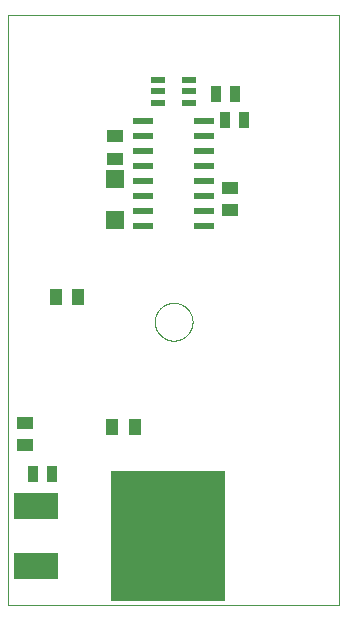
<source format=gtp>
G75*
%MOIN*%
%OFA0B0*%
%FSLAX25Y25*%
%IPPOS*%
%LPD*%
%AMOC8*
5,1,8,0,0,1.08239X$1,22.5*
%
%ADD10C,0.00000*%
%ADD11R,0.15000X0.09134*%
%ADD12R,0.37992X0.43307*%
%ADD13R,0.06700X0.02100*%
%ADD14R,0.05000X0.02200*%
%ADD15R,0.03600X0.05700*%
%ADD16R,0.05500X0.04000*%
%ADD17R,0.04000X0.05500*%
%ADD18R,0.05906X0.05906*%
D10*
X0030852Y0001008D02*
X0030852Y0197858D01*
X0141088Y0197858D01*
X0141088Y0001008D01*
X0030852Y0001008D01*
X0079671Y0095496D02*
X0079673Y0095654D01*
X0079679Y0095812D01*
X0079689Y0095970D01*
X0079703Y0096128D01*
X0079721Y0096285D01*
X0079742Y0096442D01*
X0079768Y0096598D01*
X0079798Y0096754D01*
X0079831Y0096909D01*
X0079869Y0097062D01*
X0079910Y0097215D01*
X0079955Y0097367D01*
X0080004Y0097518D01*
X0080057Y0097667D01*
X0080113Y0097815D01*
X0080173Y0097961D01*
X0080237Y0098106D01*
X0080305Y0098249D01*
X0080376Y0098391D01*
X0080450Y0098531D01*
X0080528Y0098668D01*
X0080610Y0098804D01*
X0080694Y0098938D01*
X0080783Y0099069D01*
X0080874Y0099198D01*
X0080969Y0099325D01*
X0081066Y0099450D01*
X0081167Y0099572D01*
X0081271Y0099691D01*
X0081378Y0099808D01*
X0081488Y0099922D01*
X0081601Y0100033D01*
X0081716Y0100142D01*
X0081834Y0100247D01*
X0081955Y0100349D01*
X0082078Y0100449D01*
X0082204Y0100545D01*
X0082332Y0100638D01*
X0082462Y0100728D01*
X0082595Y0100814D01*
X0082730Y0100898D01*
X0082866Y0100977D01*
X0083005Y0101054D01*
X0083146Y0101126D01*
X0083288Y0101196D01*
X0083432Y0101261D01*
X0083578Y0101323D01*
X0083725Y0101381D01*
X0083874Y0101436D01*
X0084024Y0101487D01*
X0084175Y0101534D01*
X0084327Y0101577D01*
X0084480Y0101616D01*
X0084635Y0101652D01*
X0084790Y0101683D01*
X0084946Y0101711D01*
X0085102Y0101735D01*
X0085259Y0101755D01*
X0085417Y0101771D01*
X0085574Y0101783D01*
X0085733Y0101791D01*
X0085891Y0101795D01*
X0086049Y0101795D01*
X0086207Y0101791D01*
X0086366Y0101783D01*
X0086523Y0101771D01*
X0086681Y0101755D01*
X0086838Y0101735D01*
X0086994Y0101711D01*
X0087150Y0101683D01*
X0087305Y0101652D01*
X0087460Y0101616D01*
X0087613Y0101577D01*
X0087765Y0101534D01*
X0087916Y0101487D01*
X0088066Y0101436D01*
X0088215Y0101381D01*
X0088362Y0101323D01*
X0088508Y0101261D01*
X0088652Y0101196D01*
X0088794Y0101126D01*
X0088935Y0101054D01*
X0089074Y0100977D01*
X0089210Y0100898D01*
X0089345Y0100814D01*
X0089478Y0100728D01*
X0089608Y0100638D01*
X0089736Y0100545D01*
X0089862Y0100449D01*
X0089985Y0100349D01*
X0090106Y0100247D01*
X0090224Y0100142D01*
X0090339Y0100033D01*
X0090452Y0099922D01*
X0090562Y0099808D01*
X0090669Y0099691D01*
X0090773Y0099572D01*
X0090874Y0099450D01*
X0090971Y0099325D01*
X0091066Y0099198D01*
X0091157Y0099069D01*
X0091246Y0098938D01*
X0091330Y0098804D01*
X0091412Y0098668D01*
X0091490Y0098531D01*
X0091564Y0098391D01*
X0091635Y0098249D01*
X0091703Y0098106D01*
X0091767Y0097961D01*
X0091827Y0097815D01*
X0091883Y0097667D01*
X0091936Y0097518D01*
X0091985Y0097367D01*
X0092030Y0097215D01*
X0092071Y0097062D01*
X0092109Y0096909D01*
X0092142Y0096754D01*
X0092172Y0096598D01*
X0092198Y0096442D01*
X0092219Y0096285D01*
X0092237Y0096128D01*
X0092251Y0095970D01*
X0092261Y0095812D01*
X0092267Y0095654D01*
X0092269Y0095496D01*
X0092267Y0095338D01*
X0092261Y0095180D01*
X0092251Y0095022D01*
X0092237Y0094864D01*
X0092219Y0094707D01*
X0092198Y0094550D01*
X0092172Y0094394D01*
X0092142Y0094238D01*
X0092109Y0094083D01*
X0092071Y0093930D01*
X0092030Y0093777D01*
X0091985Y0093625D01*
X0091936Y0093474D01*
X0091883Y0093325D01*
X0091827Y0093177D01*
X0091767Y0093031D01*
X0091703Y0092886D01*
X0091635Y0092743D01*
X0091564Y0092601D01*
X0091490Y0092461D01*
X0091412Y0092324D01*
X0091330Y0092188D01*
X0091246Y0092054D01*
X0091157Y0091923D01*
X0091066Y0091794D01*
X0090971Y0091667D01*
X0090874Y0091542D01*
X0090773Y0091420D01*
X0090669Y0091301D01*
X0090562Y0091184D01*
X0090452Y0091070D01*
X0090339Y0090959D01*
X0090224Y0090850D01*
X0090106Y0090745D01*
X0089985Y0090643D01*
X0089862Y0090543D01*
X0089736Y0090447D01*
X0089608Y0090354D01*
X0089478Y0090264D01*
X0089345Y0090178D01*
X0089210Y0090094D01*
X0089074Y0090015D01*
X0088935Y0089938D01*
X0088794Y0089866D01*
X0088652Y0089796D01*
X0088508Y0089731D01*
X0088362Y0089669D01*
X0088215Y0089611D01*
X0088066Y0089556D01*
X0087916Y0089505D01*
X0087765Y0089458D01*
X0087613Y0089415D01*
X0087460Y0089376D01*
X0087305Y0089340D01*
X0087150Y0089309D01*
X0086994Y0089281D01*
X0086838Y0089257D01*
X0086681Y0089237D01*
X0086523Y0089221D01*
X0086366Y0089209D01*
X0086207Y0089201D01*
X0086049Y0089197D01*
X0085891Y0089197D01*
X0085733Y0089201D01*
X0085574Y0089209D01*
X0085417Y0089221D01*
X0085259Y0089237D01*
X0085102Y0089257D01*
X0084946Y0089281D01*
X0084790Y0089309D01*
X0084635Y0089340D01*
X0084480Y0089376D01*
X0084327Y0089415D01*
X0084175Y0089458D01*
X0084024Y0089505D01*
X0083874Y0089556D01*
X0083725Y0089611D01*
X0083578Y0089669D01*
X0083432Y0089731D01*
X0083288Y0089796D01*
X0083146Y0089866D01*
X0083005Y0089938D01*
X0082866Y0090015D01*
X0082730Y0090094D01*
X0082595Y0090178D01*
X0082462Y0090264D01*
X0082332Y0090354D01*
X0082204Y0090447D01*
X0082078Y0090543D01*
X0081955Y0090643D01*
X0081834Y0090745D01*
X0081716Y0090850D01*
X0081601Y0090959D01*
X0081488Y0091070D01*
X0081378Y0091184D01*
X0081271Y0091301D01*
X0081167Y0091420D01*
X0081066Y0091542D01*
X0080969Y0091667D01*
X0080874Y0091794D01*
X0080783Y0091923D01*
X0080694Y0092054D01*
X0080610Y0092188D01*
X0080528Y0092324D01*
X0080450Y0092461D01*
X0080376Y0092601D01*
X0080305Y0092743D01*
X0080237Y0092886D01*
X0080173Y0093031D01*
X0080113Y0093177D01*
X0080057Y0093325D01*
X0080004Y0093474D01*
X0079955Y0093625D01*
X0079910Y0093777D01*
X0079869Y0093930D01*
X0079831Y0094083D01*
X0079798Y0094238D01*
X0079768Y0094394D01*
X0079742Y0094550D01*
X0079721Y0094707D01*
X0079703Y0094864D01*
X0079689Y0095022D01*
X0079679Y0095180D01*
X0079673Y0095338D01*
X0079671Y0095496D01*
D11*
X0040124Y0034177D03*
X0040124Y0014177D03*
D12*
X0084100Y0024177D03*
D13*
X0075770Y0127563D03*
X0075770Y0132563D03*
X0075770Y0137563D03*
X0075770Y0142563D03*
X0075770Y0147563D03*
X0075770Y0152563D03*
X0075770Y0157563D03*
X0075770Y0162563D03*
X0096170Y0162563D03*
X0096170Y0157563D03*
X0096170Y0152563D03*
X0096170Y0147563D03*
X0096170Y0142563D03*
X0096170Y0137563D03*
X0096170Y0132563D03*
X0096170Y0127563D03*
D14*
X0091070Y0168568D03*
X0091070Y0172268D03*
X0091070Y0175968D03*
X0080870Y0175968D03*
X0080870Y0172268D03*
X0080870Y0168568D03*
D15*
X0099994Y0171283D03*
X0106394Y0171283D03*
X0109347Y0162917D03*
X0102947Y0162917D03*
X0045371Y0044807D03*
X0038971Y0044807D03*
D16*
X0036265Y0054394D03*
X0036265Y0061794D03*
X0104671Y0132643D03*
X0104671Y0140043D03*
X0066285Y0149867D03*
X0066285Y0157267D03*
D17*
X0054237Y0103862D03*
X0046837Y0103862D03*
X0065538Y0060555D03*
X0072938Y0060555D03*
D18*
X0066285Y0129453D03*
X0066285Y0143232D03*
M02*

</source>
